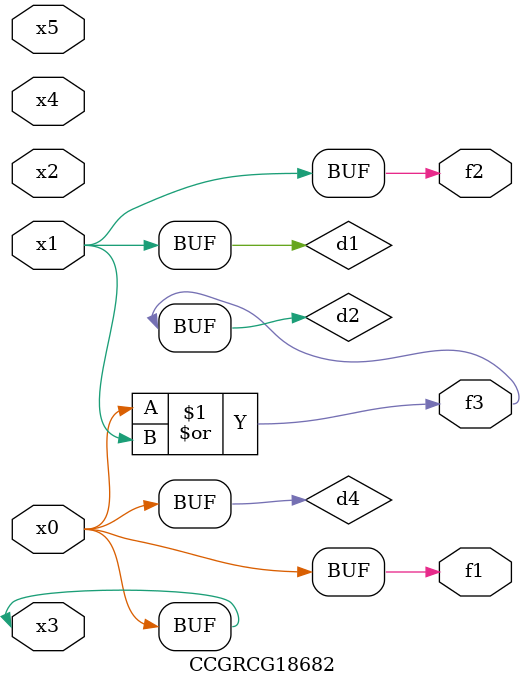
<source format=v>
module CCGRCG18682(
	input x0, x1, x2, x3, x4, x5,
	output f1, f2, f3
);

	wire d1, d2, d3, d4;

	and (d1, x1);
	or (d2, x0, x1);
	nand (d3, x0, x5);
	buf (d4, x0, x3);
	assign f1 = d4;
	assign f2 = d1;
	assign f3 = d2;
endmodule

</source>
